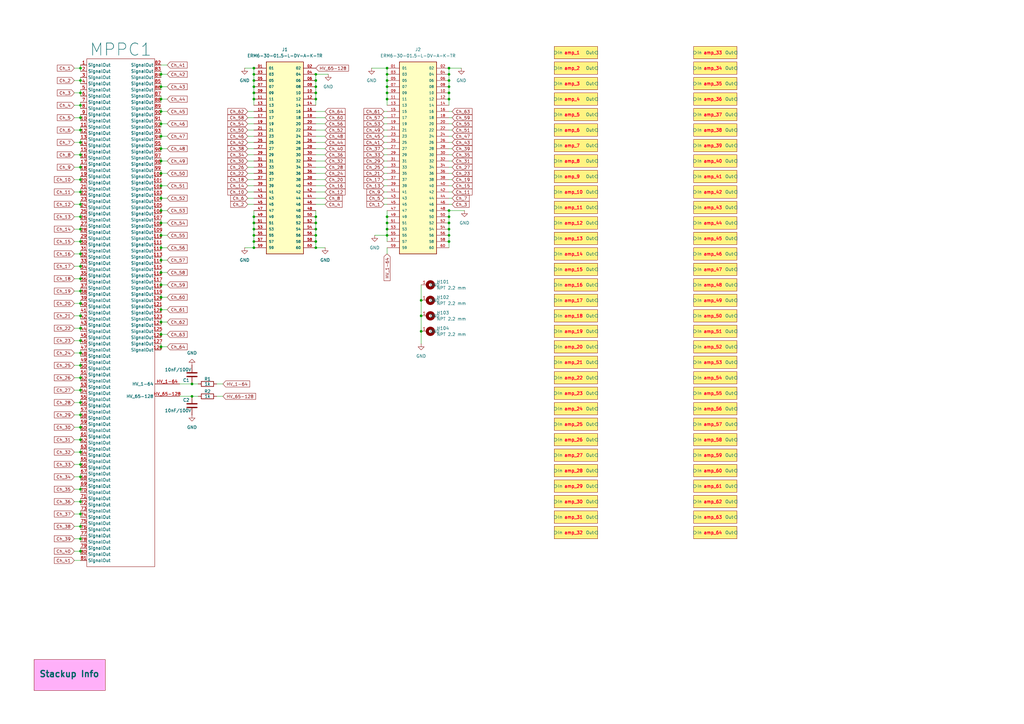
<source format=kicad_sch>
(kicad_sch (version 20250114) (generator "eeschema") (generator_version "9.0")
  (paper "A3")
  (title_block (title "Hamamatsu S13552 64 Channels Amplifier") (date "2025-03-20") (rev "0"))
  (junction (at 33.02 104.14))
  (junction (at 33.02 160.02))
  (junction (at 158.75 38.1))
  (junction (at 129.54 33.02))
  (junction (at 158.75 91.44))
  (junction (at 158.75 35.56))
  (junction (at 33.02 63.5))
  (junction (at 158.75 33.02))
  (junction (at 66.04 81.28))
  (junction (at 33.02 200.66))
  (junction (at 78.74 157.48))
  (junction (at 104.14 40.64))
  (junction (at 33.02 185.42))
  (junction (at 184.15 38.1))
  (junction (at 66.04 76.2))
  (junction (at 66.04 106.68))
  (junction (at 158.75 93.98))
  (junction (at 66.04 142.24))
  (junction (at 33.02 27.94))
  (junction (at 172.72 123.19))
  (junction (at 184.15 99.06))
  (junction (at 33.02 88.9))
  (junction (at 33.02 99.06))
  (junction (at 104.14 27.94))
  (junction (at 104.14 91.44))
  (junction (at 66.04 71.12))
  (junction (at 33.02 114.3))
  (junction (at 33.02 149.86))
  (junction (at 33.02 170.18))
  (junction (at 184.15 30.48))
  (junction (at 129.54 40.64))
  (junction (at 66.04 116.84))
  (junction (at 33.02 43.18))
  (junction (at 33.02 195.58))
  (junction (at 33.02 215.9))
  (junction (at 33.02 220.98))
  (junction (at 184.15 96.52))
  (junction (at 33.02 93.98))
  (junction (at 33.02 73.66))
  (junction (at 66.04 60.96))
  (junction (at 33.02 38.1))
  (junction (at 129.54 88.9))
  (junction (at 66.04 40.64))
  (junction (at 184.15 88.9))
  (junction (at 129.54 38.1))
  (junction (at 129.54 93.98))
  (junction (at 66.04 111.76))
  (junction (at 33.02 58.42))
  (junction (at 104.14 93.98))
  (junction (at 33.02 129.54))
  (junction (at 33.02 134.62))
  (junction (at 104.14 38.1))
  (junction (at 33.02 119.38))
  (junction (at 33.02 205.74))
  (junction (at 66.04 137.16))
  (junction (at 66.04 30.48))
  (junction (at 33.02 144.78))
  (junction (at 33.02 124.46))
  (junction (at 104.14 96.52))
  (junction (at 33.02 83.82))
  (junction (at 104.14 35.56))
  (junction (at 33.02 109.22))
  (junction (at 33.02 48.26))
  (junction (at 33.02 210.82))
  (junction (at 66.04 50.8))
  (junction (at 104.14 101.6))
  (junction (at 158.75 88.9))
  (junction (at 33.02 68.58))
  (junction (at 66.04 121.92))
  (junction (at 184.15 91.44))
  (junction (at 172.72 135.89))
  (junction (at 129.54 99.06))
  (junction (at 184.15 93.98))
  (junction (at 158.75 40.64))
  (junction (at 78.74 162.56))
  (junction (at 104.14 99.06))
  (junction (at 66.04 101.6))
  (junction (at 158.75 30.48))
  (junction (at 33.02 78.74))
  (junction (at 184.15 40.64))
  (junction (at 184.15 33.02))
  (junction (at 66.04 35.56))
  (junction (at 129.54 101.6))
  (junction (at 158.75 27.94))
  (junction (at 33.02 165.1))
  (junction (at 158.75 96.52))
  (junction (at 33.02 180.34))
  (junction (at 104.14 33.02))
  (junction (at 33.02 154.94))
  (junction (at 129.54 91.44))
  (junction (at 129.54 96.52))
  (junction (at 33.02 33.02))
  (junction (at 33.02 226.06))
  (junction (at 129.54 30.48))
  (junction (at 104.14 88.9))
  (junction (at 129.54 35.56))
  (junction (at 104.14 30.48))
  (junction (at 33.02 139.7))
  (junction (at 184.15 35.56))
  (junction (at 66.04 96.52))
  (junction (at 33.02 190.5))
  (junction (at 66.04 66.04))
  (junction (at 66.04 86.36))
  (junction (at 66.04 55.88))
  (junction (at 184.15 27.94))
  (junction (at 172.72 129.54))
  (junction (at 66.04 91.44))
  (junction (at 184.15 86.36))
  (junction (at 33.02 175.26))
  (junction (at 66.04 132.08))
  (junction (at 66.04 45.72))
  (junction (at 33.02 53.34))
  (junction (at 66.04 127))
  (wire (pts (xy 184.15 35.56) (xy 184.15 38.1)))
  (wire (pts (xy 30.48 134.62) (xy 33.02 134.62)))
  (wire (pts (xy 184.15 30.48) (xy 184.15 33.02)))
  (wire (pts (xy 66.04 90.17) (xy 66.04 91.44)))
  (wire (pts (xy 88.9 162.56) (xy 91.44 162.56)))
  (wire (pts (xy 33.02 83.82) (xy 33.02 85.09)))
  (wire (pts (xy 30.48 83.82) (xy 33.02 83.82)))
  (wire (pts (xy 66.04 64.77) (xy 66.04 66.04)))
  (wire (pts (xy 101.6 81.28) (xy 104.14 81.28)))
  (wire (pts (xy 133.35 45.72) (xy 129.54 45.72)))
  (wire (pts (xy 133.35 63.5) (xy 129.54 63.5)))
  (wire (pts (xy 66.04 132.08) (xy 68.58 132.08)))
  (wire (pts (xy 30.48 190.5) (xy 33.02 190.5)))
  (wire (pts (xy 158.75 33.02) (xy 158.75 35.56)))
  (wire (pts (xy 66.04 45.72) (xy 66.04 46.99)))
  (wire (pts (xy 133.35 78.74) (xy 129.54 78.74)))
  (wire (pts (xy 152.4 27.94) (xy 158.75 27.94)))
  (wire (pts (xy 30.48 109.22) (xy 33.02 109.22)))
  (wire (pts (xy 33.02 93.98) (xy 33.02 95.25)))
  (wire (pts (xy 33.02 72.39) (xy 33.02 73.66)))
  (wire (pts (xy 133.35 55.88) (xy 129.54 55.88)))
  (wire (pts (xy 133.35 68.58) (xy 129.54 68.58)))
  (wire (pts (xy 33.02 41.91) (xy 33.02 43.18)))
  (wire (pts (xy 33.02 58.42) (xy 33.02 59.69)))
  (wire (pts (xy 157.48 58.42) (xy 158.75 58.42)))
  (wire (pts (xy 30.48 154.94) (xy 33.02 154.94)))
  (wire (pts (xy 33.02 78.74) (xy 33.02 80.01)))
  (wire (pts (xy 133.35 48.26) (xy 129.54 48.26)))
  (wire (pts (xy 101.6 50.8) (xy 104.14 50.8)))
  (wire (pts (xy 129.54 35.56) (xy 129.54 38.1)))
  (wire (pts (xy 66.04 81.28) (xy 66.04 82.55)))
  (wire (pts (xy 30.48 170.18) (xy 33.02 170.18)))
  (wire (pts (xy 33.02 134.62) (xy 33.02 135.89)))
  (wire (pts (xy 33.02 148.59) (xy 33.02 149.86)))
  (wire (pts (xy 104.14 27.94) (xy 104.14 30.48)))
  (wire (pts (xy 66.04 137.16) (xy 68.58 137.16)))
  (wire (pts (xy 133.35 66.04) (xy 129.54 66.04)))
  (wire (pts (xy 30.48 58.42) (xy 33.02 58.42)))
  (wire (pts (xy 66.04 125.73) (xy 66.04 127)))
  (wire (pts (xy 66.04 39.37) (xy 66.04 40.64)))
  (wire (pts (xy 184.15 40.64) (xy 184.15 43.18)))
  (wire (pts (xy 30.48 119.38) (xy 33.02 119.38)))
  (wire (pts (xy 33.02 144.78) (xy 33.02 146.05)))
  (wire (pts (xy 33.02 113.03) (xy 33.02 114.3)))
  (wire (pts (xy 30.48 68.58) (xy 33.02 68.58)))
  (wire (pts (xy 157.48 68.58) (xy 158.75 68.58)))
  (wire (pts (xy 157.48 60.96) (xy 158.75 60.96)))
  (wire (pts (xy 33.02 38.1) (xy 33.02 39.37)))
  (wire (pts (xy 30.48 104.14) (xy 33.02 104.14)))
  (wire (pts (xy 101.6 63.5) (xy 104.14 63.5)))
  (wire (pts (xy 33.02 190.5) (xy 33.02 191.77)))
  (wire (pts (xy 66.04 116.84) (xy 66.04 118.11)))
  (wire (pts (xy 184.15 27.94) (xy 184.15 30.48)))
  (wire (pts (xy 129.54 38.1) (xy 129.54 40.64)))
  (wire (pts (xy 101.6 76.2) (xy 104.14 76.2)))
  (wire (pts (xy 104.14 96.52) (xy 104.14 99.06)))
  (wire (pts (xy 66.04 74.93) (xy 66.04 76.2)))
  (wire (pts (xy 33.02 194.31) (xy 33.02 195.58)))
  (wire (pts (xy 66.04 130.81) (xy 66.04 132.08)))
  (wire (pts (xy 30.48 144.78) (xy 33.02 144.78)))
  (wire (pts (xy 104.14 99.06) (xy 104.14 101.6)))
  (wire (pts (xy 66.04 55.88) (xy 66.04 57.15)))
  (wire (pts (xy 33.02 165.1) (xy 33.02 166.37)))
  (wire (pts (xy 157.48 48.26) (xy 158.75 48.26)))
  (wire (pts (xy 33.02 53.34) (xy 33.02 54.61)))
  (wire (pts (xy 33.02 143.51) (xy 33.02 144.78)))
  (wire (pts (xy 66.04 71.12) (xy 66.04 72.39)))
  (wire (pts (xy 157.48 50.8) (xy 158.75 50.8)))
  (wire (pts (xy 66.04 49.53) (xy 66.04 50.8)))
  (wire (pts (xy 184.15 68.58) (xy 185.42 68.58)))
  (wire (pts (xy 66.04 29.21) (xy 66.04 30.48)))
  (wire (pts (xy 30.48 27.94) (xy 33.02 27.94)))
  (wire (pts (xy 133.35 58.42) (xy 129.54 58.42)))
  (wire (pts (xy 158.75 86.36) (xy 158.75 88.9)))
  (wire (pts (xy 30.48 38.1) (xy 33.02 38.1)))
  (wire (pts (xy 30.48 88.9) (xy 33.02 88.9)))
  (wire (pts (xy 33.02 200.66) (xy 33.02 201.93)))
  (wire (pts (xy 33.02 189.23) (xy 33.02 190.5)))
  (wire (pts (xy 30.48 220.98) (xy 33.02 220.98)))
  (wire (pts (xy 33.02 214.63) (xy 33.02 215.9)))
  (wire (pts (xy 30.48 175.26) (xy 33.02 175.26)))
  (wire (pts (xy 33.02 170.18) (xy 33.02 171.45)))
  (wire (pts (xy 66.04 40.64) (xy 68.58 40.64)))
  (wire (pts (xy 78.74 162.56) (xy 73.66 162.56)))
  (wire (pts (xy 30.48 195.58) (xy 33.02 195.58)))
  (wire (pts (xy 33.02 163.83) (xy 33.02 165.1)))
  (wire (pts (xy 66.04 86.36) (xy 68.58 86.36)))
  (wire (pts (xy 66.04 60.96) (xy 66.04 62.23)))
  (wire (pts (xy 66.04 116.84) (xy 68.58 116.84)))
  (wire (pts (xy 66.04 81.28) (xy 68.58 81.28)))
  (wire (pts (xy 33.02 92.71) (xy 33.02 93.98)))
  (wire (pts (xy 129.54 96.52) (xy 129.54 99.06)))
  (wire (pts (xy 66.04 110.49) (xy 66.04 111.76)))
  (wire (pts (xy 66.04 106.68) (xy 66.04 107.95)))
  (wire (pts (xy 33.02 219.71) (xy 33.02 220.98)))
  (wire (pts (xy 100.33 101.6) (xy 104.14 101.6)))
  (wire (pts (xy 33.02 215.9) (xy 33.02 217.17)))
  (wire (pts (xy 133.35 50.8) (xy 129.54 50.8)))
  (wire (pts (xy 33.02 205.74) (xy 33.02 207.01)))
  (wire (pts (xy 30.48 124.46) (xy 33.02 124.46)))
  (wire (pts (xy 30.48 229.87) (xy 33.02 229.87)))
  (wire (pts (xy 101.6 53.34) (xy 104.14 53.34)))
  (wire (pts (xy 157.48 83.82) (xy 158.75 83.82)))
  (wire (pts (xy 104.14 88.9) (xy 104.14 91.44)))
  (wire (pts (xy 78.74 162.56) (xy 81.28 162.56)))
  (wire (pts (xy 33.02 27.94) (xy 33.02 29.21)))
  (wire (pts (xy 158.75 88.9) (xy 158.75 91.44)))
  (wire (pts (xy 133.35 73.66) (xy 129.54 73.66)))
  (wire (pts (xy 66.04 55.88) (xy 68.58 55.88)))
  (wire (pts (xy 104.14 40.64) (xy 104.14 43.18)))
  (wire (pts (xy 184.15 63.5) (xy 185.42 63.5)))
  (wire (pts (xy 30.48 180.34) (xy 33.02 180.34)))
  (wire (pts (xy 33.02 128.27) (xy 33.02 129.54)))
  (wire (pts (xy 30.48 93.98) (xy 33.02 93.98)))
  (wire (pts (xy 158.75 27.94) (xy 158.75 30.48)))
  (wire (pts (xy 66.04 135.89) (xy 66.04 137.16)))
  (wire (pts (xy 30.48 78.74) (xy 33.02 78.74)))
  (wire (pts (xy 158.75 93.98) (xy 158.75 96.52)))
  (wire (pts (xy 172.72 123.19) (xy 172.72 129.54)))
  (wire (pts (xy 129.54 40.64) (xy 129.54 43.18)))
  (wire (pts (xy 66.04 111.76) (xy 66.04 113.03)))
  (wire (pts (xy 101.6 66.04) (xy 104.14 66.04)))
  (wire (pts (xy 33.02 62.23) (xy 33.02 63.5)))
  (wire (pts (xy 104.14 38.1) (xy 104.14 40.64)))
  (wire (pts (xy 33.02 168.91) (xy 33.02 170.18)))
  (wire (pts (xy 66.04 66.04) (xy 66.04 67.31)))
  (wire (pts (xy 30.48 185.42) (xy 33.02 185.42)))
  (wire (pts (xy 30.48 200.66) (xy 33.02 200.66)))
  (wire (pts (xy 66.04 95.25) (xy 66.04 96.52)))
  (wire (pts (xy 33.02 175.26) (xy 33.02 176.53)))
  (wire (pts (xy 33.02 109.22) (xy 33.02 110.49)))
  (wire (pts (xy 129.54 86.36) (xy 129.54 88.9)))
  (wire (pts (xy 33.02 82.55) (xy 33.02 83.82)))
  (wire (pts (xy 66.04 45.72) (xy 68.58 45.72)))
  (wire (pts (xy 184.15 93.98) (xy 184.15 96.52)))
  (wire (pts (xy 33.02 173.99) (xy 33.02 175.26)))
  (wire (pts (xy 129.54 30.48) (xy 129.54 33.02)))
  (wire (pts (xy 33.02 68.58) (xy 33.02 69.85)))
  (wire (pts (xy 184.15 55.88) (xy 185.42 55.88)))
  (wire (pts (xy 33.02 149.86) (xy 33.02 151.13)))
  (wire (pts (xy 33.02 179.07) (xy 33.02 180.34)))
  (wire (pts (xy 33.02 118.11) (xy 33.02 119.38)))
  (wire (pts (xy 66.04 100.33) (xy 66.04 101.6)))
  (wire (pts (xy 66.04 76.2) (xy 66.04 77.47)))
  (wire (pts (xy 184.15 53.34) (xy 185.42 53.34)))
  (wire (pts (xy 66.04 44.45) (xy 66.04 45.72)))
  (wire (pts (xy 33.02 107.95) (xy 33.02 109.22)))
  (wire (pts (xy 66.04 96.52) (xy 66.04 97.79)))
  (wire (pts (xy 129.54 91.44) (xy 129.54 93.98)))
  (wire (pts (xy 66.04 127) (xy 66.04 128.27)))
  (wire (pts (xy 33.02 31.75) (xy 33.02 33.02)))
  (wire (pts (xy 33.02 33.02) (xy 33.02 34.29)))
  (wire (pts (xy 66.04 137.16) (xy 66.04 138.43)))
  (wire (pts (xy 33.02 104.14) (xy 33.02 105.41)))
  (wire (pts (xy 158.75 30.48) (xy 158.75 33.02)))
  (wire (pts (xy 129.54 101.6) (xy 133.35 101.6)))
  (wire (pts (xy 66.04 69.85) (xy 66.04 71.12)))
  (wire (pts (xy 33.02 52.07) (xy 33.02 53.34)))
  (wire (pts (xy 30.48 114.3) (xy 33.02 114.3)))
  (wire (pts (xy 33.02 48.26) (xy 33.02 49.53)))
  (wire (pts (xy 104.14 93.98) (xy 104.14 96.52)))
  (wire (pts (xy 30.48 63.5) (xy 33.02 63.5)))
  (wire (pts (xy 172.72 129.54) (xy 172.72 135.89)))
  (wire (pts (xy 33.02 138.43) (xy 33.02 139.7)))
  (wire (pts (xy 104.14 33.02) (xy 104.14 35.56)))
  (wire (pts (xy 66.04 30.48) (xy 68.58 30.48)))
  (wire (pts (xy 184.15 58.42) (xy 185.42 58.42)))
  (wire (pts (xy 33.02 88.9) (xy 33.02 90.17)))
  (wire (pts (xy 158.75 96.52) (xy 158.75 99.06)))
  (wire (pts (xy 33.02 226.06) (xy 33.02 227.33)))
  (wire (pts (xy 66.04 34.29) (xy 66.04 35.56)))
  (wire (pts (xy 66.04 80.01) (xy 66.04 81.28)))
  (wire (pts (xy 133.35 83.82) (xy 129.54 83.82)))
  (wire (pts (xy 133.35 60.96) (xy 129.54 60.96)))
  (wire (pts (xy 33.02 99.06) (xy 33.02 100.33)))
  (wire (pts (xy 66.04 35.56) (xy 66.04 36.83)))
  (wire (pts (xy 184.15 27.94) (xy 189.23 27.94)))
  (wire (pts (xy 30.48 33.02) (xy 33.02 33.02)))
  (wire (pts (xy 104.14 30.48) (xy 104.14 33.02)))
  (wire (pts (xy 100.33 27.94) (xy 104.14 27.94)))
  (wire (pts (xy 33.02 160.02) (xy 33.02 161.29)))
  (wire (pts (xy 33.02 124.46) (xy 33.02 125.73)))
  (wire (pts (xy 68.58 26.67) (xy 66.04 26.67)))
  (wire (pts (xy 66.04 35.56) (xy 68.58 35.56)))
  (wire (pts (xy 184.15 86.36) (xy 190.5 86.36)))
  (wire (pts (xy 33.02 87.63) (xy 33.02 88.9)))
  (wire (pts (xy 184.15 81.28) (xy 185.42 81.28)))
  (wire (pts (xy 33.02 77.47) (xy 33.02 78.74)))
  (wire (pts (xy 66.04 120.65) (xy 66.04 121.92)))
  (wire (pts (xy 66.04 71.12) (xy 68.58 71.12)))
  (wire (pts (xy 66.04 101.6) (xy 68.58 101.6)))
  (wire (pts (xy 30.48 99.06) (xy 33.02 99.06)))
  (wire (pts (xy 184.15 86.36) (xy 184.15 88.9)))
  (wire (pts (xy 184.15 38.1) (xy 184.15 40.64)))
  (wire (pts (xy 157.48 71.12) (xy 158.75 71.12)))
  (wire (pts (xy 133.35 53.34) (xy 129.54 53.34)))
  (wire (pts (xy 33.02 209.55) (xy 33.02 210.82)))
  (wire (pts (xy 184.15 48.26) (xy 185.42 48.26)))
  (wire (pts (xy 101.6 68.58) (xy 104.14 68.58)))
  (wire (pts (xy 157.48 63.5) (xy 158.75 63.5)))
  (wire (pts (xy 172.72 135.89) (xy 172.72 140.97)))
  (wire (pts (xy 101.6 48.26) (xy 104.14 48.26)))
  (wire (pts (xy 66.04 101.6) (xy 66.04 102.87)))
  (wire (pts (xy 66.04 121.92) (xy 66.04 123.19)))
  (wire (pts (xy 129.54 30.48) (xy 134.62 30.48)))
  (wire (pts (xy 184.15 71.12) (xy 185.42 71.12)))
  (wire (pts (xy 133.35 71.12) (xy 129.54 71.12)))
  (wire (pts (xy 66.04 50.8) (xy 68.58 50.8)))
  (wire (pts (xy 33.02 123.19) (xy 33.02 124.46)))
  (wire (pts (xy 184.15 83.82) (xy 185.42 83.82)))
  (wire (pts (xy 101.6 83.82) (xy 104.14 83.82)))
  (wire (pts (xy 133.35 81.28) (xy 129.54 81.28)))
  (wire (pts (xy 66.04 132.08) (xy 66.04 133.35)))
  (wire (pts (xy 172.72 116.84) (xy 172.72 123.19)))
  (wire (pts (xy 104.14 35.56) (xy 104.14 38.1)))
  (wire (pts (xy 30.48 215.9) (xy 33.02 215.9)))
  (wire (pts (xy 30.48 139.7) (xy 33.02 139.7)))
  (wire (pts (xy 33.02 133.35) (xy 33.02 134.62)))
  (wire (pts (xy 129.54 99.06) (xy 129.54 101.6)))
  (wire (pts (xy 33.02 129.54) (xy 33.02 130.81)))
  (wire (pts (xy 157.48 78.74) (xy 158.75 78.74)))
  (wire (pts (xy 101.6 73.66) (xy 104.14 73.66)))
  (wire (pts (xy 133.35 76.2) (xy 129.54 76.2)))
  (wire (pts (xy 157.48 66.04) (xy 158.75 66.04)))
  (wire (pts (xy 157.48 53.34) (xy 158.75 53.34)))
  (wire (pts (xy 101.6 45.72) (xy 104.14 45.72)))
  (wire (pts (xy 66.04 111.76) (xy 68.58 111.76)))
  (wire (pts (xy 33.02 43.18) (xy 33.02 44.45)))
  (wire (pts (xy 33.02 185.42) (xy 33.02 186.69)))
  (wire (pts (xy 184.15 96.52) (xy 184.15 99.06)))
  (wire (pts (xy 153.67 96.52) (xy 158.75 96.52)))
  (wire (pts (xy 158.75 35.56) (xy 158.75 38.1)))
  (wire (pts (xy 33.02 180.34) (xy 33.02 181.61)))
  (wire (pts (xy 66.04 121.92) (xy 68.58 121.92)))
  (wire (pts (xy 101.6 60.96) (xy 104.14 60.96)))
  (wire (pts (xy 101.6 78.74) (xy 104.14 78.74)))
  (wire (pts (xy 158.75 104.14) (xy 158.75 101.6)))
  (wire (pts (xy 33.02 119.38) (xy 33.02 120.65)))
  (wire (pts (xy 129.54 93.98) (xy 129.54 96.52)))
  (wire (pts (xy 184.15 73.66) (xy 185.42 73.66)))
  (wire (pts (xy 33.02 97.79) (xy 33.02 99.06)))
  (wire (pts (xy 33.02 46.99) (xy 33.02 48.26)))
  (wire (pts (xy 33.02 224.79) (xy 33.02 226.06)))
  (wire (pts (xy 33.02 199.39) (xy 33.02 200.66)))
  (wire (pts (xy 184.15 91.44) (xy 184.15 93.98)))
  (wire (pts (xy 66.04 115.57) (xy 66.04 116.84)))
  (wire (pts (xy 66.04 127) (xy 68.58 127)))
  (wire (pts (xy 66.04 54.61) (xy 66.04 55.88)))
  (wire (pts (xy 66.04 105.41) (xy 66.04 106.68)))
  (wire (pts (xy 66.04 86.36) (xy 66.04 87.63)))
  (wire (pts (xy 158.75 40.64) (xy 158.75 43.18)))
  (wire (pts (xy 184.15 45.72) (xy 185.42 45.72)))
  (wire (pts (xy 78.74 157.48) (xy 81.28 157.48)))
  (wire (pts (xy 101.6 71.12) (xy 104.14 71.12)))
  (wire (pts (xy 33.02 26.67) (xy 33.02 27.94)))
  (wire (pts (xy 184.15 76.2) (xy 185.42 76.2)))
  (wire (pts (xy 30.48 149.86) (xy 33.02 149.86)))
  (wire (pts (xy 66.04 142.24) (xy 66.04 143.51)))
  (wire (pts (xy 66.04 59.69) (xy 66.04 60.96)))
  (wire (pts (xy 33.02 184.15) (xy 33.02 185.42)))
  (wire (pts (xy 33.02 195.58) (xy 33.02 196.85)))
  (wire (pts (xy 66.04 50.8) (xy 66.04 52.07)))
  (wire (pts (xy 157.48 73.66) (xy 158.75 73.66)))
  (wire (pts (xy 33.02 73.66) (xy 33.02 74.93)))
  (wire (pts (xy 66.04 106.68) (xy 68.58 106.68)))
  (wire (pts (xy 66.04 66.04) (xy 68.58 66.04)))
  (wire (pts (xy 184.15 88.9) (xy 184.15 91.44)))
  (wire (pts (xy 66.04 96.52) (xy 68.58 96.52)))
  (wire (pts (xy 30.48 226.06) (xy 33.02 226.06)))
  (wire (pts (xy 184.15 50.8) (xy 185.42 50.8)))
  (wire (pts (xy 184.15 33.02) (xy 184.15 35.56)))
  (wire (pts (xy 30.48 53.34) (xy 33.02 53.34)))
  (wire (pts (xy 104.14 91.44) (xy 104.14 93.98)))
  (wire (pts (xy 33.02 114.3) (xy 33.02 115.57)))
  (wire (pts (xy 33.02 139.7) (xy 33.02 140.97)))
  (wire (pts (xy 66.04 30.48) (xy 66.04 31.75)))
  (wire (pts (xy 101.6 55.88) (xy 104.14 55.88)))
  (wire (pts (xy 66.04 76.2) (xy 68.58 76.2)))
  (wire (pts (xy 33.02 220.98) (xy 33.02 222.25)))
  (wire (pts (xy 158.75 38.1) (xy 158.75 40.64)))
  (wire (pts (xy 30.48 73.66) (xy 33.02 73.66)))
  (wire (pts (xy 30.48 129.54) (xy 33.02 129.54)))
  (wire (pts (xy 66.04 91.44) (xy 68.58 91.44)))
  (wire (pts (xy 33.02 204.47) (xy 33.02 205.74)))
  (wire (pts (xy 33.02 57.15) (xy 33.02 58.42)))
  (wire (pts (xy 66.04 142.24) (xy 68.58 142.24)))
  (wire (pts (xy 66.04 140.97) (xy 66.04 142.24)))
  (wire (pts (xy 158.75 91.44) (xy 158.75 93.98)))
  (wire (pts (xy 33.02 67.31) (xy 33.02 68.58)))
  (wire (pts (xy 66.04 85.09) (xy 66.04 86.36)))
  (wire (pts (xy 33.02 153.67) (xy 33.02 154.94)))
  (wire (pts (xy 33.02 158.75) (xy 33.02 160.02)))
  (wire (pts (xy 157.48 76.2) (xy 158.75 76.2)))
  (wire (pts (xy 157.48 45.72) (xy 158.75 45.72)))
  (wire (pts (xy 129.54 33.02) (xy 129.54 35.56)))
  (wire (pts (xy 184.15 66.04) (xy 185.42 66.04)))
  (wire (pts (xy 30.48 48.26) (xy 33.02 48.26)))
  (wire (pts (xy 30.48 165.1) (xy 33.02 165.1)))
  (wire (pts (xy 184.15 60.96) (xy 185.42 60.96)))
  (wire (pts (xy 66.04 40.64) (xy 66.04 41.91)))
  (wire (pts (xy 157.48 55.88) (xy 158.75 55.88)))
  (wire (pts (xy 33.02 102.87) (xy 33.02 104.14)))
  (wire (pts (xy 104.14 86.36) (xy 104.14 88.9)))
  (wire (pts (xy 66.04 91.44) (xy 66.04 92.71)))
  (wire (pts (xy 33.02 210.82) (xy 33.02 212.09)))
  (wire (pts (xy 78.74 157.48) (xy 73.66 157.48)))
  (wire (pts (xy 66.04 60.96) (xy 68.58 60.96)))
  (wire (pts (xy 30.48 210.82) (xy 33.02 210.82)))
  (wire (pts (xy 33.02 154.94) (xy 33.02 156.21)))
  (wire (pts (xy 30.48 43.18) (xy 33.02 43.18)))
  (wire (pts (xy 184.15 78.74) (xy 185.42 78.74)))
  (wire (pts (xy 101.6 58.42) (xy 104.14 58.42)))
  (wire (pts (xy 129.54 88.9) (xy 129.54 91.44)))
  (wire (pts (xy 88.9 157.48) (xy 91.44 157.48)))
  (wire (pts (xy 30.48 160.02) (xy 33.02 160.02)))
  (wire (pts (xy 33.02 36.83) (xy 33.02 38.1)))
  (wire (pts (xy 33.02 63.5) (xy 33.02 64.77)))
  (wire (pts (xy 157.48 81.28) (xy 158.75 81.28)))
  (wire (pts (xy 30.48 205.74) (xy 33.02 205.74)))
  (wire (pts (xy 184.15 101.6) (xy 184.15 99.06)))
  (global_label "Ch_57" (shape input) (at 157.48 48.26 180) (property "Intersheetrefs" "${INTERSHEET_REFS}" (effects (hide yes))))
  (global_label "Ch_47" (shape input) (at 185.42 55.88 0) (property "Intersheetrefs" "${INTERSHEET_REFS}" (effects (hide yes))))
  (global_label "Ch_13" (shape input) (at 30.48 88.9 180) (property "Intersheetrefs" "${INTERSHEET_REFS}" (effects (hide yes))))
  (global_label "Ch_22" (shape input) (at 101.6 71.12 180) (property "Intersheetrefs" "${INTERSHEET_REFS}" (effects (hide yes))))
  (global_label "Ch_3" (shape input) (at 185.42 83.82 0) (property "Intersheetrefs" "${INTERSHEET_REFS}" (effects (hide yes))))
  (global_label "Ch_45" (shape input) (at 157.48 55.88 180) (property "Intersheetrefs" "${INTERSHEET_REFS}" (effects (hide yes))))
  (global_label "Ch_56" (shape input) (at 133.35 50.8 0) (property "Intersheetrefs" "${INTERSHEET_REFS}" (effects (hide yes))))
  (global_label "Ch_62" (shape input) (at 68.58 132.08 0) (property "Intersheetrefs" "${INTERSHEET_REFS}" (effects (hide yes))))
  (global_label "Ch_38" (shape input) (at 30.48 215.9 180) (property "Intersheetrefs" "${INTERSHEET_REFS}" (effects (hide yes))))
  (global_label "Ch_34" (shape input) (at 101.6 63.5 180) (property "Intersheetrefs" "${INTERSHEET_REFS}" (effects (hide yes))))
  (global_label "Ch_34" (shape input) (at 30.48 195.58 180) (property "Intersheetrefs" "${INTERSHEET_REFS}" (effects (hide yes))))
  (global_label "Ch_48" (shape input) (at 68.58 60.96 0) (property "Intersheetrefs" "${INTERSHEET_REFS}" (effects (hide yes))))
  (global_label "Ch_26" (shape input) (at 101.6 68.58 180) (property "Intersheetrefs" "${INTERSHEET_REFS}" (effects (hide yes))))
  (global_label "Ch_30" (shape input) (at 101.6 66.04 180) (property "Intersheetrefs" "${INTERSHEET_REFS}" (effects (hide yes))))
  (global_label "Ch_35" (shape input) (at 30.48 200.66 180) (property "Intersheetrefs" "${INTERSHEET_REFS}" (effects (hide yes))))
  (global_label "Ch_9" (shape input) (at 30.48 68.58 180) (property "Intersheetrefs" "${INTERSHEET_REFS}" (effects (hide yes))))
  (global_label "Ch_33" (shape input) (at 157.48 63.5 180) (property "Intersheetrefs" "${INTERSHEET_REFS}" (effects (hide yes))))
  (global_label "Ch_14" (shape input) (at 30.48 93.98 180) (property "Intersheetrefs" "${INTERSHEET_REFS}" (effects (hide yes))))
  (global_label "Ch_31" (shape input) (at 30.48 180.34 180) (property "Intersheetrefs" "${INTERSHEET_REFS}" (effects (hide yes))))
  (global_label "Ch_46" (shape input) (at 101.6 55.88 180) (property "Intersheetrefs" "${INTERSHEET_REFS}" (effects (hide yes))))
  (global_label "Ch_15" (shape input) (at 30.48 99.06 180) (property "Intersheetrefs" "${INTERSHEET_REFS}" (effects (hide yes))))
  (global_label "Ch_63" (shape input) (at 68.58 137.16 0) (property "Intersheetrefs" "${INTERSHEET_REFS}" (effects (hide yes))))
  (global_label "Ch_2" (shape input) (at 30.48 33.02 180) (property "Intersheetrefs" "${INTERSHEET_REFS}" (effects (hide yes))))
  (global_label "Ch_48" (shape input) (at 133.35 55.88 0) (property "Intersheetrefs" "${INTERSHEET_REFS}" (effects (hide yes))))
  (global_label "Ch_7" (shape input) (at 30.48 58.42 180) (property "Intersheetrefs" "${INTERSHEET_REFS}" (effects (hide yes))))
  (global_label "Ch_27" (shape input) (at 30.48 160.02 180) (property "Intersheetrefs" "${INTERSHEET_REFS}" (effects (hide yes))))
  (global_label "Ch_37" (shape input) (at 157.48 60.96 180) (property "Intersheetrefs" "${INTERSHEET_REFS}" (effects (hide yes))))
  (global_label "Ch_61" (shape input) (at 68.58 127 0) (property "Intersheetrefs" "${INTERSHEET_REFS}" (effects (hide yes))))
  (global_label "Ch_49" (shape input) (at 157.48 53.34 180) (property "Intersheetrefs" "${INTERSHEET_REFS}" (effects (hide yes))))
  (global_label "Ch_46" (shape input) (at 68.58 50.8 0) (property "Intersheetrefs" "${INTERSHEET_REFS}" (effects (hide yes))))
  (global_label "Ch_32" (shape input) (at 30.48 185.42 180) (property "Intersheetrefs" "${INTERSHEET_REFS}" (effects (hide yes))))
  (global_label "Ch_30" (shape input) (at 30.48 175.26 180) (property "Intersheetrefs" "${INTERSHEET_REFS}" (effects (hide yes))))
  (global_label "Ch_49" (shape input) (at 68.58 66.04 0) (property "Intersheetrefs" "${INTERSHEET_REFS}" (effects (hide yes))))
  (global_label "Ch_64" (shape input) (at 133.35 45.72 0) (property "Intersheetrefs" "${INTERSHEET_REFS}" (effects (hide yes))))
  (global_label "Ch_23" (shape input) (at 30.48 139.7 180) (property "Intersheetrefs" "${INTERSHEET_REFS}" (effects (hide yes))))
  (global_label "Ch_39" (shape input) (at 185.42 60.96 0) (property "Intersheetrefs" "${INTERSHEET_REFS}" (effects (hide yes))))
  (global_label "Ch_4" (shape input) (at 30.48 43.18 180) (property "Intersheetrefs" "${INTERSHEET_REFS}" (effects (hide yes))))
  (global_label "Ch_26" (shape input) (at 30.48 154.94 180) (property "Intersheetrefs" "${INTERSHEET_REFS}" (effects (hide yes))))
  (global_label "Ch_29" (shape input) (at 157.48 66.04 180) (property "Intersheetrefs" "${INTERSHEET_REFS}" (effects (hide yes))))
  (global_label "Ch_54" (shape input) (at 68.58 91.44 0) (property "Intersheetrefs" "${INTERSHEET_REFS}" (effects (hide yes))))
  (global_label "Ch_37" (shape input) (at 30.48 210.82 180) (property "Intersheetrefs" "${INTERSHEET_REFS}" (effects (hide yes))))
  (global_label "Ch_59" (shape input) (at 185.42 48.26 0) (property "Intersheetrefs" "${INTERSHEET_REFS}" (effects (hide yes))))
  (global_label "Ch_5" (shape input) (at 30.48 48.26 180) (property "Intersheetrefs" "${INTERSHEET_REFS}" (effects (hide yes))))
  (global_label "Ch_52" (shape input) (at 68.58 81.28 0) (property "Intersheetrefs" "${INTERSHEET_REFS}" (effects (hide yes))))
  (global_label "Ch_20" (shape input) (at 133.35 73.66 0) (property "Intersheetrefs" "${INTERSHEET_REFS}" (effects (hide yes))))
  (global_label "Ch_19" (shape input) (at 30.48 119.38 180) (property "Intersheetrefs" "${INTERSHEET_REFS}" (effects (hide yes))))
  (global_label "Ch_17" (shape input) (at 157.48 73.66 180) (property "Intersheetrefs" "${INTERSHEET_REFS}" (effects (hide yes))))
  (global_label "Ch_42" (shape input) (at 101.6 58.42 180) (property "Intersheetrefs" "${INTERSHEET_REFS}" (effects (hide yes))))
  (global_label "Ch_11" (shape input) (at 185.42 78.74 0) (property "Intersheetrefs" "${INTERSHEET_REFS}" (effects (hide yes))))
  (global_label "Ch_8" (shape input) (at 133.35 81.28 0) (property "Intersheetrefs" "${INTERSHEET_REFS}" (effects (hide yes))))
  (global_label "Ch_55" (shape input) (at 68.58 96.52 0) (property "Intersheetrefs" "${INTERSHEET_REFS}" (effects (hide yes))))
  (global_label "Ch_41" (shape input) (at 30.48 229.87 180) (property "Intersheetrefs" "${INTERSHEET_REFS}" (effects (hide yes))))
  (global_label "Ch_40" (shape input) (at 133.35 60.96 0) (property "Intersheetrefs" "${INTERSHEET_REFS}" (effects (hide yes))))
  (global_label "Ch_60" (shape input) (at 133.35 48.26 0) (property "Intersheetrefs" "${INTERSHEET_REFS}" (effects (hide yes))))
  (global_label "Ch_29" (shape input) (at 30.48 170.18 180) (property "Intersheetrefs" "${INTERSHEET_REFS}" (effects (hide yes))))
  (global_label "Ch_10" (shape input) (at 101.6 78.74 180) (property "Intersheetrefs" "${INTERSHEET_REFS}" (effects (hide yes))))
  (global_label "Ch_21" (shape input) (at 30.48 129.54 180) (property "Intersheetrefs" "${INTERSHEET_REFS}" (effects (hide yes))))
  (global_label "Ch_43" (shape input) (at 68.58 35.56 0) (property "Intersheetrefs" "${INTERSHEET_REFS}" (effects (hide yes))))
  (global_label "Ch_54" (shape input) (at 101.6 50.8 180) (property "Intersheetrefs" "${INTERSHEET_REFS}" (effects (hide yes))))
  (global_label "Ch_27" (shape input) (at 185.42 68.58 0) (property "Intersheetrefs" "${INTERSHEET_REFS}" (effects (hide yes))))
  (global_label "Ch_4" (shape input) (at 133.35 83.82 0) (property "Intersheetrefs" "${INTERSHEET_REFS}" (effects (hide yes))))
  (global_label "Ch_61" (shape input) (at 157.48 45.72 180) (property "Intersheetrefs" "${INTERSHEET_REFS}" (effects (hide yes))))
  (global_label "Ch_6" (shape input) (at 101.6 81.28 180) (property "Intersheetrefs" "${INTERSHEET_REFS}" (effects (hide yes))))
  (global_label "Ch_7" (shape input) (at 185.42 81.28 0) (property "Intersheetrefs" "${INTERSHEET_REFS}" (effects (hide yes))))
  (global_label "Ch_62" (shape input) (at 101.6 45.72 180) (property "Intersheetrefs" "${INTERSHEET_REFS}" (effects (hide yes))))
  (global_label "Ch_31" (shape input) (at 185.42 66.04 0) (property "Intersheetrefs" "${INTERSHEET_REFS}" (effects (hide yes))))
  (global_label "Ch_25" (shape input) (at 157.48 68.58 180) (property "Intersheetrefs" "${INTERSHEET_REFS}" (effects (hide yes))))
  (global_label "Ch_58" (shape input) (at 68.58 111.76 0) (property "Intersheetrefs" "${INTERSHEET_REFS}" (effects (hide yes))))
  (global_label "Ch_12" (shape input) (at 133.35 78.74 0) (property "Intersheetrefs" "${INTERSHEET_REFS}" (effects (hide yes))))
  (global_label "Ch_51" (shape input) (at 185.42 53.34 0) (property "Intersheetrefs" "${INTERSHEET_REFS}" (effects (hide yes))))
  (global_label "Ch_41" (shape input) (at 157.48 58.42 180) (property "Intersheetrefs" "${INTERSHEET_REFS}" (effects (hide yes))))
  (global_label "Ch_9" (shape input) (at 157.48 78.74 180) (property "Intersheetrefs" "${INTERSHEET_REFS}" (effects (hide yes))))
  (global_label "Ch_53" (shape input) (at 157.48 50.8 180) (property "Intersheetrefs" "${INTERSHEET_REFS}" (effects (hide yes))))
  (global_label "Ch_44" (shape input) (at 68.58 40.64 0) (property "Intersheetrefs" "${INTERSHEET_REFS}" (effects (hide yes))))
  (global_label "Ch_8" (shape input) (at 30.48 63.5 180) (property "Intersheetrefs" "${INTERSHEET_REFS}" (effects (hide yes))))
  (global_label "Ch_28" (shape input) (at 133.35 68.58 0) (property "Intersheetrefs" "${INTERSHEET_REFS}" (effects (hide yes))))
  (global_label "Ch_52" (shape input) (at 133.35 53.34 0) (property "Intersheetrefs" "${INTERSHEET_REFS}" (effects (hide yes))))
  (global_label "Ch_25" (shape input) (at 30.48 149.86 180) (property "Intersheetrefs" "${INTERSHEET_REFS}" (effects (hide yes))))
  (global_label "Ch_23" (shape input) (at 185.42 71.12 0) (property "Intersheetrefs" "${INTERSHEET_REFS}" (effects (hide yes))))
  (global_label "Ch_56" (shape input) (at 68.58 101.6 0) (property "Intersheetrefs" "${INTERSHEET_REFS}" (effects (hide yes))))
  (global_label "Ch_18" (shape input) (at 30.48 114.3 180) (property "Intersheetrefs" "${INTERSHEET_REFS}" (effects (hide yes))))
  (global_label "Ch_53" (shape input) (at 68.58 86.36 0) (property "Intersheetrefs" "${INTERSHEET_REFS}" (effects (hide yes))))
  (global_label "HV_65-128" (shape input) (at 129.54 27.94 0) (property "Intersheetrefs" "${INTERSHEET_REFS}" (effects (hide yes))))
  (global_label "Ch_1" (shape input) (at 30.48 27.94 180) (property "Intersheetrefs" "${INTERSHEET_REFS}" (effects (hide yes))))
  (global_label "Ch_41" (shape input) (at 68.58 26.67 0) (property "Intersheetrefs" "${INTERSHEET_REFS}" (effects (hide yes))))
  (global_label "Ch_43" (shape input) (at 185.42 58.42 0) (property "Intersheetrefs" "${INTERSHEET_REFS}" (effects (hide yes))))
  (global_label "Ch_1" (shape input) (at 157.48 83.82 180) (property "Intersheetrefs" "${INTERSHEET_REFS}" (effects (hide yes))))
  (global_label "Ch_64" (shape input) (at 68.58 142.24 0) (property "Intersheetrefs" "${INTERSHEET_REFS}" (effects (hide yes))))
  (global_label "Ch_19" (shape input) (at 185.42 73.66 0) (property "Intersheetrefs" "${INTERSHEET_REFS}" (effects (hide yes))))
  (global_label "Ch_22" (shape input) (at 30.48 134.62 180) (property "Intersheetrefs" "${INTERSHEET_REFS}" (effects (hide yes))))
  (global_label "Ch_47" (shape input) (at 68.58 55.88 0) (property "Intersheetrefs" "${INTERSHEET_REFS}" (effects (hide yes))))
  (global_label "Ch_20" (shape input) (at 30.48 124.46 180) (property "Intersheetrefs" "${INTERSHEET_REFS}" (effects (hide yes))))
  (global_label "Ch_24" (shape input) (at 30.48 144.78 180) (property "Intersheetrefs" "${INTERSHEET_REFS}" (effects (hide yes))))
  (global_label "Ch_32" (shape input) (at 133.35 66.04 0) (property "Intersheetrefs" "${INTERSHEET_REFS}" (effects (hide yes))))
  (global_label "Ch_28" (shape input) (at 30.48 165.1 180) (property "Intersheetrefs" "${INTERSHEET_REFS}" (effects (hide yes))))
  (global_label "Ch_57" (shape input) (at 68.58 106.68 0) (property "Intersheetrefs" "${INTERSHEET_REFS}" (effects (hide yes))))
  (global_label "Ch_45" (shape input) (at 68.58 45.72 0) (property "Intersheetrefs" "${INTERSHEET_REFS}" (effects (hide yes))))
  (global_label "Ch_3" (shape input) (at 30.48 38.1 180) (property "Intersheetrefs" "${INTERSHEET_REFS}" (effects (hide yes))))
  (global_label "Ch_11" (shape input) (at 30.48 78.74 180) (property "Intersheetrefs" "${INTERSHEET_REFS}" (effects (hide yes))))
  (global_label "HV_65-128" (shape input) (at 91.44 162.56 0) (property "Intersheetrefs" "${INTERSHEET_REFS}" (effects (hide yes))))
  (global_label "Ch_6" (shape input) (at 30.48 53.34 180) (property "Intersheetrefs" "${INTERSHEET_REFS}" (effects (hide yes))))
  (global_label "Ch_21" (shape input) (at 157.48 71.12 180) (property "Intersheetrefs" "${INTERSHEET_REFS}" (effects (hide yes))))
  (global_label "Ch_15" (shape input) (at 185.42 76.2 0) (property "Intersheetrefs" "${INTERSHEET_REFS}" (effects (hide yes))))
  (global_label "Ch_60" (shape input) (at 68.58 121.92 0) (property "Intersheetrefs" "${INTERSHEET_REFS}" (effects (hide yes))))
  (global_label "Ch_17" (shape input) (at 30.48 109.22 180) (property "Intersheetrefs" "${INTERSHEET_REFS}" (effects (hide yes))))
  (global_label "Ch_13" (shape input) (at 157.48 76.2 180) (property "Intersheetrefs" "${INTERSHEET_REFS}" (effects (hide yes))))
  (global_label "Ch_16" (shape input) (at 30.48 104.14 180) (property "Intersheetrefs" "${INTERSHEET_REFS}" (effects (hide yes))))
  (global_label "Ch_50" (shape input) (at 101.6 53.34 180) (property "Intersheetrefs" "${INTERSHEET_REFS}" (effects (hide yes))))
  (global_label "Ch_2" (shape input) (at 101.6 83.82 180) (property "Intersheetrefs" "${INTERSHEET_REFS}" (effects (hide yes))))
  (global_label "Ch_14" (shape input) (at 101.6 76.2 180) (property "Intersheetrefs" "${INTERSHEET_REFS}" (effects (hide yes))))
  (global_label "Ch_40" (shape input) (at 30.48 226.06 180) (property "Intersheetrefs" "${INTERSHEET_REFS}" (effects (hide yes))))
  (global_label "Ch_36" (shape input) (at 133.35 63.5 0) (property "Intersheetrefs" "${INTERSHEET_REFS}" (effects (hide yes))))
  (global_label "HV_1-64" (shape input) (at 91.44 157.48 0) (property "Intersheetrefs" "${INTERSHEET_REFS}" (effects (hide yes))))
  (global_label "Ch_35" (shape input) (at 185.42 63.5 0) (property "Intersheetrefs" "${INTERSHEET_REFS}" (effects (hide yes))))
  (global_label "Ch_38" (shape input) (at 101.6 60.96 180) (property "Intersheetrefs" "${INTERSHEET_REFS}" (effects (hide yes))))
  (global_label "Ch_12" (shape input) (at 30.48 83.82 180) (property "Intersheetrefs" "${INTERSHEET_REFS}" (effects (hide yes))))
  (global_label "Ch_33" (shape input) (at 30.48 190.5 180) (property "Intersheetrefs" "${INTERSHEET_REFS}" (effects (hide yes))))
  (global_label "Ch_18" (shape input) (at 101.6 73.66 180) (property "Intersheetrefs" "${INTERSHEET_REFS}" (effects (hide yes))))
  (global_label "Ch_36" (shape input) (at 30.48 205.74 180) (property "Intersheetrefs" "${INTERSHEET_REFS}" (effects (hide yes))))
  (global_label "Ch_63" (shape input) (at 185.42 45.72 0) (property "Intersheetrefs" "${INTERSHEET_REFS}" (effects (hide yes))))
  (global_label "HV_1-64" (shape input) (at 158.75 104.14 270) (property "Intersheetrefs" "${INTERSHEET_REFS}" (effects (hide yes))))
  (global_label "Ch_59" (shape input) (at 68.58 116.84 0) (property "Intersheetrefs" "${INTERSHEET_REFS}" (effects (hide yes))))
  (global_label "Ch_16" (shape input) (at 133.35 76.2 0) (property "Intersheetrefs" "${INTERSHEET_REFS}" (effects (hide yes))))
  (global_label "Ch_10" (shape input) (at 30.48 73.66 180) (property "Intersheetrefs" "${INTERSHEET_REFS}" (effects (hide yes))))
  (global_label "Ch_50" (shape input) (at 68.58 71.12 0) (property "Intersheetrefs" "${INTERSHEET_REFS}" (effects (hide yes))))
  (global_label "Ch_39" (shape input) (at 30.48 220.98 180) (property "Intersheetrefs" "${INTERSHEET_REFS}" (effects (hide yes))))
  (global_label "Ch_42" (shape input) (at 68.58 30.48 0) (property "Intersheetrefs" "${INTERSHEET_REFS}" (effects (hide yes))))
  (global_label "Ch_44" (shape input) (at 133.35 58.42 0) (property "Intersheetrefs" "${INTERSHEET_REFS}" (effects (hide yes))))
  (global_label "Ch_55" (shape input) (at 185.42 50.8 0) (property "Intersheetrefs" "${INTERSHEET_REFS}" (effects (hide yes))))
  (global_label "Ch_24" (shape input) (at 133.35 71.12 0) (property "Intersheetrefs" "${INTERSHEET_REFS}" (effects (hide yes))))
  (global_label "Ch_51" (shape input) (at 68.58 76.2 0) (property "Intersheetrefs" "${INTERSHEET_REFS}" (effects (hide yes))))
  (global_label "Ch_58" (shape input) (at 101.6 48.26 180) (property "Intersheetrefs" "${INTERSHEET_REFS}" (effects (hide yes))))
  (global_label "Ch_5" (shape input) (at 157.48 81.28 180) (property "Intersheetrefs" "${INTERSHEET_REFS}" (effects (hide yes))))
  (symbol (lib_id "power:GND") (at 100.33 101.6 0) (unit 1)
    (property "Reference" "#PWR04" (effects (hide yes)))
    (property "Value" "GND" (at 100.33 106.68 0))
    (property "Description" "Power symbol creates a global label with name \"GND\" , ground" (effects (hide yes)))
  )
  (symbol (lib_id "power:GND") (at 134.62 30.48 0) (unit 1)
    (property "Reference" "#PWR06" (effects (hide yes)))
    (property "Value" "GND" (at 134.62 35.56 0))
    (property "Description" "Power symbol creates a global label with name \"GND\" , ground" (effects (hide yes)))
  )
  (symbol (lib_id "power:GND") (at 78.74 149.86 180) (unit 1)
    (property "Reference" "#PWR01" (effects (hide yes)))
    (property "Value" "GND" (at 78.74 144.78 0))
    (property "Description" "Power symbol creates a global label with name \"GND\" , ground" (effects (hide yes)))
  )
  (symbol (lib_id "Mechanical:MountingHole") (at 176.53 135.89 0) (unit 1) (exclude_from_sim yes) (in_bom no)
    (property "Reference" "H104" (at 179.07 134.6199 0) (effects (justify left)))
    (property "Value" "NPT 2.2 mm" (at 179.07 137.1599 0) (effects (justify left)))
    (property "Footprint" "MountingHole:MountingHole_2.2mm_M2" (effects (hide yes)))
    (property "Description" "Mounting Hole without connection" (effects (hide yes)))
  )
  (symbol (lib_id "power:GND") (at 153.67 96.52 0) (unit 1)
    (property "Reference" "#PWR08" (effects (hide yes)))
    (property "Value" "GND" (at 153.67 101.6 0))
    (property "Description" "Power symbol creates a global label with name \"GND\" , ground" (effects (hide yes)))
  )
  (symbol (lib_id "0_Samtec_ERM6:ERM6-30-01.5-L-DV-A-K-TR") (at 116.84 63.5 0) (unit 1)
    (property "Reference" "J1" (at 116.84 20.32 0))
    (property "Value" "ERM6-30-01.5-L-DV-A-K-TR" (at 116.84 22.86 0))
    (property "Footprint" "0_lib:SAMTEC_ERM6-30-01.5-L-DV-A-K-TR" (effects (hide yes)))
    (property "MF" "Samtec" (effects (hide yes)))
    (property "MAXIMUM_PACKAGE_HEIGHT" "3.98mm" (effects (hide yes)))
    (property "Package" "None" (effects (hide yes)))
    (property "Price" "None" (effects (hide yes)))
    (property "Check_prices" "https://www.snapeda.com/parts/ERM6-30-01.5-L-DV-A-K-TR/Samtec/view-part/?ref=eda" (effects (hide yes)))
    (property "STANDARD" "Manufacturer Recommendations" (effects (hide yes)))
    (property "PARTREV" "C" (effects (hide yes)))
    (property "SnapEDA_Link" "https://www.snapeda.com/parts/ERM6-30-01.5-L-DV-A-K-TR/Samtec/view-part/?ref=snap" (effects (hide yes)))
    (property "MP" "ERM6-30-01.5-L-DV-A-K-TR" (effects (hide yes)))
    (property "Description_1" "60 Position Connector Header, Center Strip Contacts Surface Mount Gold" (effects (hide yes)))
    (property "Availability" "In Stock" (effects (hide yes)))
    (property "MANUFACTURER" "Samtec" (effects (hide yes)))
  )
  (symbol (lib_id "power:GND") (at 100.33 27.94 0) (unit 1)
    (property "Reference" "#PWR03" (effects (hide yes)))
    (property "Value" "GND" (at 100.33 33.02 0))
    (property "Description" "Power symbol creates a global label with name \"GND\" , ground" (effects (hide yes)))
  )
  (symbol (lib_id "Device:C") (at 78.74 153.67 180) (unit 1)
    (property "Reference" "C1" (at 77.724 155.956 0) (effects (justify left)))
    (property "Value" "10nF/100V" (at 78.486 151.638 0) (effects (justify left)))
    (property "Footprint" "Capacitor_SMD:C_0603_1608Metric" (effects (hide yes)))
    (property "Description" "Unpolarized capacitor" (effects (hide yes)))
  )
  (symbol (lib_id "power:GND") (at 172.72 140.97 0) (unit 1)
    (property "Reference" "#PWR09" (effects (hide yes)))
    (property "Value" "GND" (at 172.72 146.05 0))
    (property "Description" "Power symbol creates a global label with name \"GND\" , ground" (effects (hide yes)))
  )
  (symbol (lib_id "power:GND") (at 190.5 86.36 0) (unit 1)
    (property "Reference" "#PWR011" (effects (hide yes)))
    (property "Value" "GND" (at 190.5 91.44 0))
    (property "Description" "Power symbol creates a global label with name \"GND\" , ground" (effects (hide yes)))
  )
  (symbol (lib_id "MPPCs:S13552") (at 50.8 135.89 0) (unit 1)
    (property "Reference" "MPPC1" (at 49.53 20.32 0) (effects (font (size 5 5))))
    (property "Value" "~" (at 33.02 73.66 0))
    (property "Footprint" "0_lib:S13552" (effects (hide yes)))
  )
  (symbol (lib_name "MountingHole_3") (lib_id "Mechanical:MountingHole") (at 176.53 129.54 0) (unit 1) (exclude_from_sim yes) (in_bom no)
    (property "Reference" "H103" (at 179.07 128.2699 0) (effects (justify left)))
    (property "Value" "NPT 2.2 mm" (at 179.07 130.8099 0) (effects (justify left)))
    (property "Footprint" "MountingHole:MountingHole_2.2mm_M2" (effects (hide yes)))
    (property "Description" "Mounting Hole without connection" (effects (hide yes)))
  )
  (symbol (lib_id "power:GND") (at 78.74 170.18 0) (mirror y) (unit 1)
    (property "Reference" "#PWR02" (effects (hide yes)))
    (property "Value" "GND" (at 78.74 175.26 0))
    (property "Description" "Power symbol creates a global label with name \"GND\" , ground" (effects (hide yes)))
  )
  (symbol (lib_id "Device:R") (at 85.09 157.48 90) (unit 1)
    (property "Reference" "R1" (at 85.09 155.448 90))
    (property "Value" "1k" (at 85.09 157.48 90))
    (property "Footprint" "Resistor_SMD:R_0201_0603Metric" (effects (hide yes)))
    (property "Description" "Resistor" (effects (hide yes)))
  )
  (symbol (lib_id "power:GND") (at 133.35 101.6 0) (unit 1)
    (property "Reference" "#PWR05" (effects (hide yes)))
    (property "Value" "GND" (at 133.35 106.68 0))
    (property "Description" "Power symbol creates a global label with name \"GND\" , ground" (effects (hide yes)))
  )
  (symbol (lib_name "MountingHole_2") (lib_id "Mechanical:MountingHole") (at 176.53 123.19 0) (unit 1) (exclude_from_sim yes) (in_bom no)
    (property "Reference" "H102" (at 179.07 121.9199 0) (effects (justify left)))
    (property "Value" "NPT 2.2 mm" (at 179.07 124.4599 0) (effects (justify left)))
    (property "Footprint" "MountingHole:MountingHole_2.2mm_M2" (effects (hide yes)))
    (property "Description" "Mounting Hole without connection" (effects (hide yes)))
  )
  (symbol (lib_id "Device:C") (at 78.74 166.37 0) (mirror y) (unit 1)
    (property "Reference" "C2" (at 77.724 164.084 0) (effects (justify left)))
    (property "Value" "10nF/100V" (at 78.486 168.402 0) (effects (justify left)))
    (property "Footprint" "Capacitor_SMD:C_0603_1608Metric" (effects (hide yes)))
    (property "Description" "Unpolarized capacitor" (effects (hide yes)))
  )
  (symbol (lib_id "0_Samtec_ERM6:ERM6-30-01.5-L-DV-A-K-TR") (at 171.45 63.5 0) (unit 1)
    (property "Reference" "J2" (at 171.45 20.32 0))
    (property "Value" "ERM6-30-01.5-L-DV-A-K-TR" (at 171.45 22.86 0))
    (property "Footprint" "0_lib:SAMTEC_ERM6-30-01.5-L-DV-A-K-TR" (effects (hide yes)))
    (property "MF" "Samtec" (effects (hide yes)))
    (property "MAXIMUM_PACKAGE_HEIGHT" "3.98mm" (effects (hide yes)))
    (property "Package" "None" (effects (hide yes)))
    (property "Price" "None" (effects (hide yes)))
    (property "Check_prices" "https://www.snapeda.com/parts/ERM6-30-01.5-L-DV-A-K-TR/Samtec/view-part/?ref=eda" (effects (hide yes)))
    (property "STANDARD" "Manufacturer Recommendations" (effects (hide yes)))
    (property "PARTREV" "C" (effects (hide yes)))
    (property "SnapEDA_Link" "https://www.snapeda.com/parts/ERM6-30-01.5-L-DV-A-K-TR/Samtec/view-part/?ref=snap" (effects (hide yes)))
    (property "MP" "ERM6-30-01.5-L-DV-A-K-TR" (effects (hide yes)))
    (property "Description_1" "60 Position Connector Header, Center Strip Contacts Surface Mount Gold" (effects (hide yes)))
    (property "Availability" "In Stock" (effects (hide yes)))
    (property "MANUFACTURER" "Samtec" (effects (hide yes)))
  )
  (symbol (lib_id "Device:R") (at 85.09 162.56 90) (mirror x) (unit 1)
    (property "Reference" "R2" (at 85.09 160.528 90))
    (property "Value" "1k" (at 85.09 162.56 90))
    (property "Footprint" "Resistor_SMD:R_0201_0603Metric" (effects (hide yes)))
    (property "Description" "Resistor" (effects (hide yes)))
  )
  (symbol (lib_id "power:GND") (at 152.4 27.94 0) (unit 1)
    (property "Reference" "#PWR07" (effects (hide yes)))
    (property "Value" "GND" (at 152.4 33.02 0))
    (property "Description" "Power symbol creates a global label with name \"GND\" , ground" (effects (hide yes)))
  )
  (symbol (lib_name "MountingHole_1") (lib_id "Mechanical:MountingHole") (at 176.53 116.84 0) (unit 1) (exclude_from_sim yes) (in_bom no)
    (property "Reference" "H101" (at 179.07 115.5699 0) (effects (justify left)))
    (property "Value" "NPT 2.2 mm" (at 179.07 118.1099 0) (effects (justify left)))
    (property "Footprint" "MountingHole:MountingHole_2.2mm_M2" (effects (hide yes)))
    (property "Description" "Mounting Hole without connection" (effects (hide yes)))
  )
  (symbol (lib_id "power:GND") (at 189.23 27.94 0) (unit 1)
    (property "Reference" "#PWR010" (effects (hide yes)))
    (property "Value" "GND" (at 189.23 33.02 0))
    (property "Description" "Power symbol creates a global label with name \"GND\" , ground" (effects (hide yes)))
  )
  (sheet (at 227.33 88.9) (size 17.78 5.08) (stroke (width 0.1524)) (fill (color 255 244 130 1.0000))
    (property "Sheetname" "amp_12" (at 231.394 92.202 0) (effects (font (thickness 0.254) (bold yes)) (justify left bottom)))
    (property "Sheetfile" "BGA2803_amplifier.kicad_sch" (effects (hide yes)))
    (pin "In" input (at 227.33 91.44 180))
    (pin "Out" input (at 245.11 91.44 0))
  )
  (sheet (at 227.33 139.7) (size 17.78 5.08) (stroke (width 0.1524)) (fill (color 255 244 130 1.0000))
    (property "Sheetname" "amp_20" (at 231.394 143.002 0) (effects (font (thickness 0.254) (bold yes)) (justify left bottom)))
    (property "Sheetfile" "BGA2803_amplifier.kicad_sch" (effects (hide yes)))
    (pin "In" input (at 227.33 142.24 180))
    (pin "Out" input (at 245.11 142.24 0))
  )
  (sheet (at 284.48 215.9) (size 17.78 5.08) (stroke (width 0.1524)) (fill (color 255 244 130 1.0000))
    (property "Sheetname" "amp_64" (at 288.544 219.202 0) (effects (font (thickness 0.254) (bold yes)) (justify left bottom)))
    (property "Sheetfile" "BGA2803_amplifier.kicad_sch" (effects (hide yes)))
    (pin "In" input (at 284.48 218.44 180))
    (pin "Out" input (at 302.26 218.44 0))
  )
  (sheet (at 284.48 177.8) (size 17.78 5.08) (stroke (width 0.1524)) (fill (color 255 244 130 1.0000))
    (property "Sheetname" "amp_58" (at 288.544 181.102 0) (effects (font (thickness 0.254) (bold yes)) (justify left bottom)))
    (property "Sheetfile" "BGA2803_amplifier.kicad_sch" (effects (hide yes)))
    (pin "In" input (at 284.48 180.34 180))
    (pin "Out" input (at 302.26 180.34 0))
  )
  (sheet (at 227.33 165.1) (size 17.78 5.08) (stroke (width 0.1524)) (fill (color 255 244 130 1.0000))
    (property "Sheetname" "amp_24" (at 231.394 168.402 0) (effects (font (thickness 0.254) (bold yes)) (justify left bottom)))
    (property "Sheetfile" "BGA2803_amplifier.kicad_sch" (effects (hide yes)))
    (pin "In" input (at 227.33 167.64 180))
    (pin "Out" input (at 245.11 167.64 0))
  )
  (sheet (at 284.48 44.45) (size 17.78 5.08) (stroke (width 0.1524)) (fill (color 255 244 130 1.0000))
    (property "Sheetname" "amp_37" (at 288.544 47.752 0) (effects (font (thickness 0.254) (bold yes)) (justify left bottom)))
    (property "Sheetfile" "BGA2803_amplifier.kicad_sch" (effects (hide yes)))
    (pin "In" input (at 284.48 46.99 180))
    (pin "Out" input (at 302.26 46.99 0))
  )
  (sheet (at 227.33 152.4) (size 17.78 5.08) (stroke (width 0.1524)) (fill (color 255 244 130 1.0000))
    (property "Sheetname" "amp_22" (at 231.394 155.702 0) (effects (font (thickness 0.254) (bold yes)) (justify left bottom)))
    (property "Sheetfile" "BGA2803_amplifier.kicad_sch" (effects (hide yes)))
    (pin "In" input (at 227.33 154.94 180))
    (pin "Out" input (at 245.11 154.94 0))
  )
  (sheet (at 284.48 203.2) (size 17.78 5.08) (stroke (width 0.1524)) (fill (color 255 244 130 1.0000))
    (property "Sheetname" "amp_62" (at 288.544 206.502 0) (effects (font (thickness 0.254) (bold yes)) (justify left bottom)))
    (property "Sheetfile" "BGA2803_amplifier.kicad_sch" (effects (hide yes)))
    (pin "In" input (at 284.48 205.74 180))
    (pin "Out" input (at 302.26 205.74 0))
  )
  (sheet (at 284.48 146.05) (size 17.78 5.08) (stroke (width 0.1524)) (fill (color 255 244 130 1.0000))
    (property "Sheetname" "amp_53" (at 288.544 149.352 0) (effects (font (thickness 0.254) (bold yes)) (justify left bottom)))
    (property "Sheetfile" "BGA2803_amplifier.kicad_sch" (effects (hide yes)))
    (pin "In" input (at 284.48 148.59 180))
    (pin "Out" input (at 302.26 148.59 0))
  )
  (sheet (at 227.33 82.55) (size 17.78 5.08) (stroke (width 0.1524)) (fill (color 255 244 130 1.0000))
    (property "Sheetname" "amp_11" (at 231.394 85.852 0) (effects (font (thickness 0.254) (bold yes)) (justify left bottom)))
    (property "Sheetfile" "BGA2803_amplifier.kicad_sch" (effects (hide yes)))
    (pin "In" input (at 227.33 85.09 180))
    (pin "Out" input (at 245.11 85.09 0))
  )
  (sheet (at 227.33 19.05) (size 17.78 5.08) (stroke (width 0.1524)) (fill (color 255 244 130 1.0000))
    (property "Sheetname" "amp_1" (at 231.394 22.352 0) (effects (font (thickness 0.254) (bold yes)) (justify left bottom)))
    (property "Sheetfile" "BGA2803_amplifier.kicad_sch" (effects (hide yes)))
    (pin "In" input (at 227.33 21.59 180))
    (pin "Out" input (at 245.11 21.59 0))
  )
  (sheet (at 227.33 120.65) (size 17.78 5.08) (stroke (width 0.1524)) (fill (color 255 244 130 1.0000))
    (property "Sheetname" "amp_17" (at 231.394 123.952 0) (effects (font (thickness 0.254) (bold yes)) (justify left bottom)))
    (property "Sheetfile" "BGA2803_amplifier.kicad_sch" (effects (hide yes)))
    (pin "In" input (at 227.33 123.19 180))
    (pin "Out" input (at 245.11 123.19 0))
  )
  (sheet (at 227.33 190.5) (size 17.78 5.08) (stroke (width 0.1524)) (fill (color 255 244 130 1.0000))
    (property "Sheetname" "amp_28" (at 231.394 193.802 0) (effects (font (thickness 0.254) (bold yes)) (justify left bottom)))
    (property "Sheetfile" "BGA2803_amplifier.kicad_sch" (effects (hide yes)))
    (pin "In" input (at 227.33 193.04 180))
    (pin "Out" input (at 245.11 193.04 0))
  )
  (sheet (at 284.48 95.25) (size 17.78 5.08) (stroke (width 0.1524)) (fill (color 255 244 130 1.0000))
    (property "Sheetname" "amp_45" (at 288.544 98.552 0) (effects (font (thickness 0.254) (bold yes)) (justify left bottom)))
    (property "Sheetfile" "BGA2803_amplifier.kicad_sch" (effects (hide yes)))
    (pin "In" input (at 284.48 97.79 180))
    (pin "Out" input (at 302.26 97.79 0))
  )
  (sheet (at 227.33 101.6) (size 17.78 5.08) (stroke (width 0.1524)) (fill (color 255 244 130 1.0000))
    (property "Sheetname" "amp_14" (at 231.394 104.902 0) (effects (font (thickness 0.254) (bold yes)) (justify left bottom)))
    (property "Sheetfile" "BGA2803_amplifier.kicad_sch" (effects (hide yes)))
    (pin "In" input (at 227.33 104.14 180))
    (pin "Out" input (at 245.11 104.14 0))
  )
  (sheet (at 284.48 63.5) (size 17.78 5.08) (stroke (width 0.1524)) (fill (color 255 244 130 1.0000))
    (property "Sheetname" "amp_40" (at 288.544 66.802 0) (effects (font (thickness 0.254) (bold yes)) (justify left bottom)))
    (property "Sheetfile" "BGA2803_amplifier.kicad_sch" (effects (hide yes)))
    (pin "In" input (at 284.48 66.04 180))
    (pin "Out" input (at 302.26 66.04 0))
  )
  (sheet (at 227.33 127) (size 17.78 5.08) (stroke (width 0.1524)) (fill (color 255 244 130 1.0000))
    (property "Sheetname" "amp_18" (at 231.394 130.302 0) (effects (font (thickness 0.254) (bold yes)) (justify left bottom)))
    (property "Sheetfile" "BGA2803_amplifier.kicad_sch" (effects (hide yes)))
    (pin "In" input (at 227.33 129.54 180))
    (pin "Out" input (at 245.11 129.54 0))
  )
  (sheet (at 227.33 69.85) (size 17.78 5.08) (stroke (width 0.1524)) (fill (color 255 244 130 1.0000))
    (property "Sheetname" "amp_9" (at 231.394 73.152 0) (effects (font (thickness 0.254) (bold yes)) (justify left bottom)))
    (property "Sheetfile" "BGA2803_amplifier.kicad_sch" (effects (hide yes)))
    (pin "In" input (at 227.33 72.39 180))
    (pin "Out" input (at 245.11 72.39 0))
  )
  (sheet (at 284.48 190.5) (size 17.78 5.08) (stroke (width 0.1524)) (fill (color 255 244 130 1.0000))
    (property "Sheetname" "amp_60" (at 288.544 193.802 0) (effects (font (thickness 0.254) (bold yes)) (justify left bottom)))
    (property "Sheetfile" "BGA2803_amplifier.kicad_sch" (effects (hide yes)))
    (pin "In" input (at 284.48 193.04 180))
    (pin "Out" input (at 302.26 193.04 0))
  )
  (sheet (at 284.48 25.4) (size 17.78 5.08) (stroke (width 0.1524)) (fill (color 255 244 130 1.0000))
    (property "Sheetname" "amp_34" (at 288.544 28.702 0) (effects (font (thickness 0.254) (bold yes)) (justify left bottom)))
    (property "Sheetfile" "BGA2803_amplifier.kicad_sch" (effects (hide yes)))
    (pin "In" input (at 284.48 27.94 180))
    (pin "Out" input (at 302.26 27.94 0))
  )
  (sheet (at 284.48 107.95) (size 17.78 5.08) (stroke (width 0.1524)) (fill (color 255 244 130 1.0000))
    (property "Sheetname" "amp_47" (at 288.544 111.252 0) (effects (font (thickness 0.254) (bold yes)) (justify left bottom)))
    (property "Sheetfile" "BGA2803_amplifier.kicad_sch" (effects (hide yes)))
    (pin "In" input (at 284.48 110.49 180))
    (pin "Out" input (at 302.26 110.49 0))
  )
  (sheet (at 284.48 127) (size 17.78 5.08) (stroke (width 0.1524)) (fill (color 255 244 130 1.0000))
    (property "Sheetname" "amp_50" (at 288.544 130.302 0) (effects (font (thickness 0.254) (bold yes)) (justify left bottom)))
    (property "Sheetfile" "BGA2803_amplifier.kicad_sch" (effects (hide yes)))
    (pin "In" input (at 284.48 129.54 180))
    (pin "Out" input (at 302.26 129.54 0))
  )
  (sheet (at 227.33 196.85) (size 17.78 5.08) (stroke (width 0.1524)) (fill (color 255 244 130 1.0000))
    (property "Sheetname" "amp_29" (at 231.394 200.152 0) (effects (font (thickness 0.254) (bold yes)) (justify left bottom)))
    (property "Sheetfile" "BGA2803_amplifier.kicad_sch" (effects (hide yes)))
    (pin "In" input (at 227.33 199.39 180))
    (pin "Out" input (at 245.11 199.39 0))
  )
  (sheet (at 227.33 209.55) (size 17.78 5.08) (stroke (width 0.1524)) (fill (color 255 244 130 1.0000))
    (property "Sheetname" "amp_31" (at 231.394 212.852 0) (effects (font (thickness 0.254) (bold yes)) (justify left bottom)))
    (property "Sheetfile" "BGA2803_amplifier.kicad_sch" (effects (hide yes)))
    (pin "In" input (at 227.33 212.09 180))
    (pin "Out" input (at 245.11 212.09 0))
  )
  (sheet (at 227.33 203.2) (size 17.78 5.08) (stroke (width 0.1524)) (fill (color 255 244 130 1.0000))
    (property "Sheetname" "amp_30" (at 231.394 206.502 0) (effects (font (thickness 0.254) (bold yes)) (justify left bottom)))
    (property "Sheetfile" "BGA2803_amplifier.kicad_sch" (effects (hide yes)))
    (pin "In" input (at 227.33 205.74 180))
    (pin "Out" input (at 245.11 205.74 0))
  )
  (sheet (at 284.48 184.15) (size 17.78 5.08) (stroke (width 0.1524)) (fill (color 255 244 130 1.0000))
    (property "Sheetname" "amp_59" (at 288.544 187.452 0) (effects (font (thickness 0.254) (bold yes)) (justify left bottom)))
    (property "Sheetfile" "BGA2803_amplifier.kicad_sch" (effects (hide yes)))
    (pin "In" input (at 284.48 186.69 180))
    (pin "Out" input (at 302.26 186.69 0))
  )
  (sheet (at 284.48 196.85) (size 17.78 5.08) (stroke (width 0.1524)) (fill (color 255 244 130 1.0000))
    (property "Sheetname" "amp_61" (at 288.544 200.152 0) (effects (font (thickness 0.254) (bold yes)) (justify left bottom)))
    (property "Sheetfile" "BGA2803_amplifier.kicad_sch" (effects (hide yes)))
    (pin "In" input (at 284.48 199.39 180))
    (pin "Out" input (at 302.26 199.39 0))
  )
  (sheet (at 227.33 171.45) (size 17.78 5.08) (stroke (width 0.1524)) (fill (color 255 244 130 1.0000))
    (property "Sheetname" "amp_25" (at 231.394 174.752 0) (effects (font (thickness 0.254) (bold yes)) (justify left bottom)))
    (property "Sheetfile" "BGA2803_amplifier.kicad_sch" (effects (hide yes)))
    (pin "In" input (at 227.33 173.99 180))
    (pin "Out" input (at 245.11 173.99 0))
  )
  (sheet (at 284.48 171.45) (size 17.78 5.08) (stroke (width 0.1524)) (fill (color 255 244 130 1.0000))
    (property "Sheetname" "amp_57" (at 288.544 174.752 0) (effects (font (thickness 0.254) (bold yes)) (justify left bottom)))
    (property "Sheetfile" "BGA2803_amplifier.kicad_sch" (effects (hide yes)))
    (pin "In" input (at 284.48 173.99 180))
    (pin "Out" input (at 302.26 173.99 0))
  )
  (sheet (at 284.48 152.4) (size 17.78 5.08) (stroke (width 0.1524)) (fill (color 255 244 130 1.0000))
    (property "Sheetname" "amp_54" (at 288.544 155.702 0) (effects (font (thickness 0.254) (bold yes)) (justify left bottom)))
    (property "Sheetfile" "BGA2803_amplifier.kicad_sch" (effects (hide yes)))
    (pin "In" input (at 284.48 154.94 180))
    (pin "Out" input (at 302.26 154.94 0))
  )
  (sheet (at 284.48 133.35) (size 17.78 5.08) (stroke (width 0.1524)) (fill (color 255 244 130 1.0000))
    (property "Sheetname" "amp_51" (at 288.544 136.652 0) (effects (font (thickness 0.254) (bold yes)) (justify left bottom)))
    (property "Sheetfile" "BGA2803_amplifier.kicad_sch" (effects (hide yes)))
    (pin "In" input (at 284.48 135.89 180))
    (pin "Out" input (at 302.26 135.89 0))
  )
  (sheet (at 227.33 25.4) (size 17.78 5.08) (stroke (width 0.1524)) (fill (color 255 244 130 1.0000))
    (property "Sheetname" "amp_2" (at 231.394 28.702 0) (effects (font (thickness 0.254) (bold yes)) (justify left bottom)))
    (property "Sheetfile" "BGA2803_amplifier.kicad_sch" (effects (hide yes)))
    (pin "In" input (at 227.33 27.94 180))
    (pin "Out" input (at 245.11 27.94 0))
  )
  (sheet (at 227.33 215.9) (size 17.78 5.08) (stroke (width 0.1524)) (fill (color 255 244 130 1.0000))
    (property "Sheetname" "amp_32" (at 231.394 219.202 0) (effects (font (thickness 0.254) (bold yes)) (justify left bottom)))
    (property "Sheetfile" "BGA2803_amplifier.kicad_sch" (effects (hide yes)))
    (pin "In" input (at 227.33 218.44 180))
    (pin "Out" input (at 245.11 218.44 0))
  )
  (sheet (at 227.33 107.95) (size 17.78 5.08) (stroke (width 0.1524)) (fill (color 255 244 130 1.0000))
    (property "Sheetname" "amp_15" (at 231.394 111.252 0) (effects (font (thickness 0.254) (bold yes)) (justify left bottom)))
    (property "Sheetfile" "BGA2803_amplifier.kicad_sch" (effects (hide yes)))
    (pin "In" input (at 227.33 110.49 180))
    (pin "Out" input (at 245.11 110.49 0))
  )
  (sheet (at 284.48 69.85) (size 17.78 5.08) (stroke (width 0.1524)) (fill (color 255 244 130 1.0000))
    (property "Sheetname" "amp_41" (at 288.544 73.152 0) (effects (font (thickness 0.254) (bold yes)) (justify left bottom)))
    (property "Sheetfile" "BGA2803_amplifier.kicad_sch" (effects (hide yes)))
    (pin "In" input (at 284.48 72.39 180))
    (pin "Out" input (at 302.26 72.39 0))
  )
  (sheet (at 284.48 31.75) (size 17.78 5.08) (stroke (width 0.1524)) (fill (color 255 244 130 1.0000))
    (property "Sheetname" "amp_35" (at 288.544 35.052 0) (effects (font (thickness 0.254) (bold yes)) (justify left bottom)))
    (property "Sheetfile" "BGA2803_amplifier.kicad_sch" (effects (hide yes)))
    (pin "In" input (at 284.48 34.29 180))
    (pin "Out" input (at 302.26 34.29 0))
  )
  (sheet (at 227.33 44.45) (size 17.78 5.08) (stroke (width 0.1524)) (fill (color 255 244 130 1.0000))
    (property "Sheetname" "amp_5" (at 231.394 47.752 0) (effects (font (thickness 0.254) (bold yes)) (justify left bottom)))
    (property "Sheetfile" "BGA2803_amplifier.kicad_sch" (effects (hide yes)))
    (pin "In" input (at 227.33 46.99 180))
    (pin "Out" input (at 245.11 46.99 0))
  )
  (sheet (at 284.48 209.55) (size 17.78 5.08) (stroke (width 0.1524)) (fill (color 255 244 130 1.0000))
    (property "Sheetname" "amp_63" (at 288.544 212.852 0) (effects (font (thickness 0.254) (bold yes)) (justify left bottom)))
    (property "Sheetfile" "BGA2803_amplifier.kicad_sch" (effects (hide yes)))
    (pin "In" input (at 284.48 212.09 180))
    (pin "Out" input (at 302.26 212.09 0))
  )
  (sheet (at 284.48 50.8) (size 17.78 5.08) (stroke (width 0.1524)) (fill (color 255 244 130 1.0000))
    (property "Sheetname" "amp_38" (at 288.544 54.102 0) (effects (font (thickness 0.254) (bold yes)) (justify left bottom)))
    (property "Sheetfile" "BGA2803_amplifier.kicad_sch" (effects (hide yes)))
    (pin "In" input (at 284.48 53.34 180))
    (pin "Out" input (at 302.26 53.34 0))
  )
  (sheet (at 284.48 139.7) (size 17.78 5.08) (stroke (width 0.1524)) (fill (color 255 244 130 1.0000))
    (property "Sheetname" "amp_52" (at 288.544 143.002 0) (effects (font (thickness 0.254) (bold yes)) (justify left bottom)))
    (property "Sheetfile" "BGA2803_amplifier.kicad_sch" (effects (hide yes)))
    (pin "In" input (at 284.48 142.24 180))
    (pin "Out" input (at 302.26 142.24 0))
  )
  (sheet (at 227.33 177.8) (size 17.78 5.08) (stroke (width 0.1524)) (fill (color 255 244 130 1.0000))
    (property "Sheetname" "amp_26" (at 231.394 181.102 0) (effects (font (thickness 0.254) (bold yes)) (justify left bottom)))
    (property "Sheetfile" "BGA2803_amplifier.kicad_sch" (effects (hide yes)))
    (pin "In" input (at 227.33 180.34 180))
    (pin "Out" input (at 245.11 180.34 0))
  )
  (sheet (at 284.48 158.75) (size 17.78 5.08) (stroke (width 0.1524)) (fill (color 255 244 130 1.0000))
    (property "Sheetname" "amp_55" (at 288.544 162.052 0) (effects (font (thickness 0.254) (bold yes)) (justify left bottom)))
    (property "Sheetfile" "BGA2803_amplifier.kicad_sch" (effects (hide yes)))
    (pin "In" input (at 284.48 161.29 180))
    (pin "Out" input (at 302.26 161.29 0))
  )
  (sheet (at 284.48 57.15) (size 17.78 5.08) (stroke (width 0.1524)) (fill (color 255 244 130 1.0000))
    (property "Sheetname" "amp_39" (at 288.544 60.452 0) (effects (font (thickness 0.254) (bold yes)) (justify left bottom)))
    (property "Sheetfile" "BGA2803_amplifier.kicad_sch" (effects (hide yes)))
    (pin "In" input (at 284.48 59.69 180))
    (pin "Out" input (at 302.26 59.69 0))
  )
  (sheet (at 284.48 82.55) (size 17.78 5.08) (stroke (width 0.1524)) (fill (color 255 244 130 1.0000))
    (property "Sheetname" "amp_43" (at 288.544 85.852 0) (effects (font (thickness 0.254) (bold yes)) (justify left bottom)))
    (property "Sheetfile" "BGA2803_amplifier.kicad_sch" (effects (hide yes)))
    (pin "In" input (at 284.48 85.09 180))
    (pin "Out" input (at 302.26 85.09 0))
  )
  (sheet (at 227.33 184.15) (size 17.78 5.08) (stroke (width 0.1524)) (fill (color 255 244 130 1.0000))
    (property "Sheetname" "amp_27" (at 231.394 187.452 0) (effects (font (thickness 0.254) (bold yes)) (justify left bottom)))
    (property "Sheetfile" "BGA2803_amplifier.kicad_sch" (effects (hide yes)))
    (pin "In" input (at 227.33 186.69 180))
    (pin "Out" input (at 245.11 186.69 0))
  )
  (sheet (at 284.48 165.1) (size 17.78 5.08) (stroke (width 0.1524)) (fill (color 255 244 130 1.0000))
    (property "Sheetname" "amp_56" (at 288.544 168.402 0) (effects (font (thickness 0.254) (bold yes)) (justify left bottom)))
    (property "Sheetfile" "BGA2803_amplifier.kicad_sch" (effects (hide yes)))
    (pin "In" input (at 284.48 167.64 180))
    (pin "Out" input (at 302.26 167.64 0))
  )
  (sheet (at 227.33 63.5) (size 17.78 5.08) (stroke (width 0.1524)) (fill (color 255 244 130 1.0000))
    (property "Sheetname" "amp_8" (at 231.394 66.802 0) (effects (font (thickness 0.254) (bold yes)) (justify left bottom)))
    (property "Sheetfile" "BGA2803_amplifier.kicad_sch" (effects (hide yes)))
    (pin "In" input (at 227.33 66.04 180))
    (pin "Out" input (at 245.11 66.04 0))
  )
  (sheet (at 227.33 158.75) (size 17.78 5.08) (stroke (width 0.1524)) (fill (color 255 244 130 1.0000))
    (property "Sheetname" "amp_23" (at 231.394 162.052 0) (effects (font (thickness 0.254) (bold yes)) (justify left bottom)))
    (property "Sheetfile" "BGA2803_amplifier.kicad_sch" (effects (hide yes)))
    (pin "In" input (at 227.33 161.29 180))
    (pin "Out" input (at 245.11 161.29 0))
  )
  (sheet (at 284.48 19.05) (size 17.78 5.08) (stroke (width 0.1524)) (fill (color 255 244 130 1.0000))
    (property "Sheetname" "amp_33" (at 288.544 22.352 0) (effects (font (thickness 0.254) (bold yes)) (justify left bottom)))
    (property "Sheetfile" "BGA2803_amplifier.kicad_sch" (effects (hide yes)))
    (pin "In" input (at 284.48 21.59 180))
    (pin "Out" input (at 302.26 21.59 0))
  )
  (sheet (at 284.48 38.1) (size 17.78 5.08) (stroke (width 0.1524)) (fill (color 255 244 130 1.0000))
    (property "Sheetname" "amp_36" (at 288.544 41.402 0) (effects (font (thickness 0.254) (bold yes)) (justify left bottom)))
    (property "Sheetfile" "BGA2803_amplifier.kicad_sch" (effects (hide yes)))
    (pin "In" input (at 284.48 40.64 180))
    (pin "Out" input (at 302.26 40.64 0))
  )
  (sheet (at 227.33 38.1) (size 17.78 5.08) (stroke (width 0.1524)) (fill (color 255 244 130 1.0000))
    (property "Sheetname" "amp_4" (at 231.394 41.402 0) (effects (font (thickness 0.254) (bold yes)) (justify left bottom)))
    (property "Sheetfile" "BGA2803_amplifier.kicad_sch" (effects (hide yes)))
    (pin "In" input (at 227.33 40.64 180))
    (pin "Out" input (at 245.11 40.64 0))
  )
  (sheet (at 13.97 270.51) (size 29.21 12.7) (stroke (width 0.1524)) (fill (color 255 176 249 1.0000))
    (property "Sheetname" "Stackup Info" (at 16.002 277.876 0) (effects (font (size 2.54 2.54) (thickness 0.508) (bold yes)) (justify left bottom)))
    (property "Sheetfile" "PCB_Stackup.kicad_sch" (effects (hide yes)))
  )
  (sheet (at 227.33 31.75) (size 17.78 5.08) (stroke (width 0.1524)) (fill (color 255 244 130 1.0000))
    (property "Sheetname" "amp_3" (at 231.394 35.052 0) (effects (font (thickness 0.254) (bold yes)) (justify left bottom)))
    (property "Sheetfile" "BGA2803_amplifier.kicad_sch" (effects (hide yes)))
    (pin "In" input (at 227.33 34.29 180))
    (pin "Out" input (at 245.11 34.29 0))
  )
  (sheet (at 227.33 146.05) (size 17.78 5.08) (stroke (width 0.1524)) (fill (color 255 244 130 1.0000))
    (property "Sheetname" "amp_21" (at 231.394 149.352 0) (effects (font (thickness 0.254) (bold yes)) (justify left bottom)))
    (property "Sheetfile" "BGA2803_amplifier.kicad_sch" (effects (hide yes)))
    (pin "In" input (at 227.33 148.59 180))
    (pin "Out" input (at 245.11 148.59 0))
  )
  (sheet (at 284.48 88.9) (size 17.78 5.08) (stroke (width 0.1524)) (fill (color 255 244 130 1.0000))
    (property "Sheetname" "amp_44" (at 288.544 92.202 0) (effects (font (thickness 0.254) (bold yes)) (justify left bottom)))
    (property "Sheetfile" "BGA2803_amplifier.kicad_sch" (effects (hide yes)))
    (pin "In" input (at 284.48 91.44 180))
    (pin "Out" input (at 302.26 91.44 0))
  )
  (sheet (at 227.33 57.15) (size 17.78 5.08) (stroke (width 0.1524)) (fill (color 255 244 130 1.0000))
    (property "Sheetname" "amp_7" (at 231.394 60.452 0) (effects (font (thickness 0.254) (bold yes)) (justify left bottom)))
    (property "Sheetfile" "BGA2803_amplifier.kicad_sch" (effects (hide yes)))
    (pin "In" input (at 227.33 59.69 180))
    (pin "Out" input (at 245.11 59.69 0))
  )
  (sheet (at 227.33 133.35) (size 17.78 5.08) (stroke (width 0.1524)) (fill (color 255 244 130 1.0000))
    (property "Sheetname" "amp_19" (at 231.394 136.652 0) (effects (font (thickness 0.254) (bold yes)) (justify left bottom)))
    (property "Sheetfile" "BGA2803_amplifier.kicad_sch" (effects (hide yes)))
    (pin "In" input (at 227.33 135.89 180))
    (pin "Out" input (at 245.11 135.89 0))
  )
  (sheet (at 227.33 50.8) (size 17.78 5.08) (stroke (width 0.1524)) (fill (color 255 244 130 1.0000))
    (property "Sheetname" "amp_6" (at 231.394 54.102 0) (effects (font (thickness 0.254) (bold yes)) (justify left bottom)))
    (property "Sheetfile" "BGA2803_amplifier.kicad_sch" (effects (hide yes)))
    (pin "In" input (at 227.33 53.34 180))
    (pin "Out" input (at 245.11 53.34 0))
  )
  (sheet (at 227.33 76.2) (size 17.78 5.08) (stroke (width 0.1524)) (fill (color 255 244 130 1.0000))
    (property "Sheetname" "amp_10" (at 231.394 79.502 0) (effects (font (thickness 0.254) (bold yes)) (justify left bottom)))
    (property "Sheetfile" "BGA2803_amplifier.kicad_sch" (effects (hide yes)))
    (pin "In" input (at 227.33 78.74 180))
    (pin "Out" input (at 245.11 78.74 0))
  )
  (sheet (at 227.33 95.25) (size 17.78 5.08) (stroke (width 0.1524)) (fill (color 255 244 130 1.0000))
    (property "Sheetname" "amp_13" (at 231.394 98.552 0) (effects (font (thickness 0.254) (bold yes)) (justify left bottom)))
    (property "Sheetfile" "BGA2803_amplifier.kicad_sch" (effects (hide yes)))
    (pin "In" input (at 227.33 97.79 180))
    (pin "Out" input (at 245.11 97.79 0))
  )
  (sheet (at 284.48 114.3) (size 17.78 5.08) (stroke (width 0.1524)) (fill (color 255 244 130 1.0000))
    (property "Sheetname" "amp_48" (at 288.544 117.602 0) (effects (font (thickness 0.254) (bold yes)) (justify left bottom)))
    (property "Sheetfile" "BGA2803_amplifier.kicad_sch" (effects (hide yes)))
    (pin "In" input (at 284.48 116.84 180))
    (pin "Out" input (at 302.26 116.84 0))
  )
  (sheet (at 284.48 101.6) (size 17.78 5.08) (stroke (width 0.1524)) (fill (color 255 244 130 1.0000))
    (property "Sheetname" "amp_46" (at 288.544 104.902 0) (effects (font (thickness 0.254) (bold yes)) (justify left bottom)))
    (property "Sheetfile" "BGA2803_amplifier.kicad_sch" (effects (hide yes)))
    (pin "In" input (at 284.48 104.14 180))
    (pin "Out" input (at 302.26 104.14 0))
  )
  (sheet (at 284.48 76.2) (size 17.78 5.08) (stroke (width 0.1524)) (fill (color 255 244 130 1.0000))
    (property "Sheetname" "amp_42" (at 288.544 79.502 0) (effects (font (thickness 0.254) (bold yes)) (justify left bottom)))
    (property "Sheetfile" "BGA2803_amplifier.kicad_sch" (effects (hide yes)))
    (pin "In" input (at 284.48 78.74 180))
    (pin "Out" input (at 302.26 78.74 0))
  )
  (sheet (at 227.33 114.3) (size 17.78 5.08) (stroke (width 0.1524)) (fill (color 255 244 130 1.0000))
    (property "Sheetname" "amp_16" (at 231.394 117.602 0) (effects (font (thickness 0.254) (bold yes)) (justify left bottom)))
    (property "Sheetfile" "BGA2803_amplifier.kicad_sch" (effects (hide yes)))
    (pin "In" input (at 227.33 116.84 180))
    (pin "Out" input (at 245.11 116.84 0))
  )
  (sheet (at 284.48 120.65) (size 17.78 5.08) (stroke (width 0.1524)) (fill (color 255 244 130 1.0000))
    (property "Sheetname" "amp_49" (at 288.544 123.952 0) (effects (font (thickness 0.254) (bold yes)) (justify left bottom)))
    (property "Sheetfile" "BGA2803_amplifier.kicad_sch" (effects (hide yes)))
    (pin "In" input (at 284.48 123.19 180))
    (pin "Out" input (at 302.26 123.19 0))
  )
)
</source>
